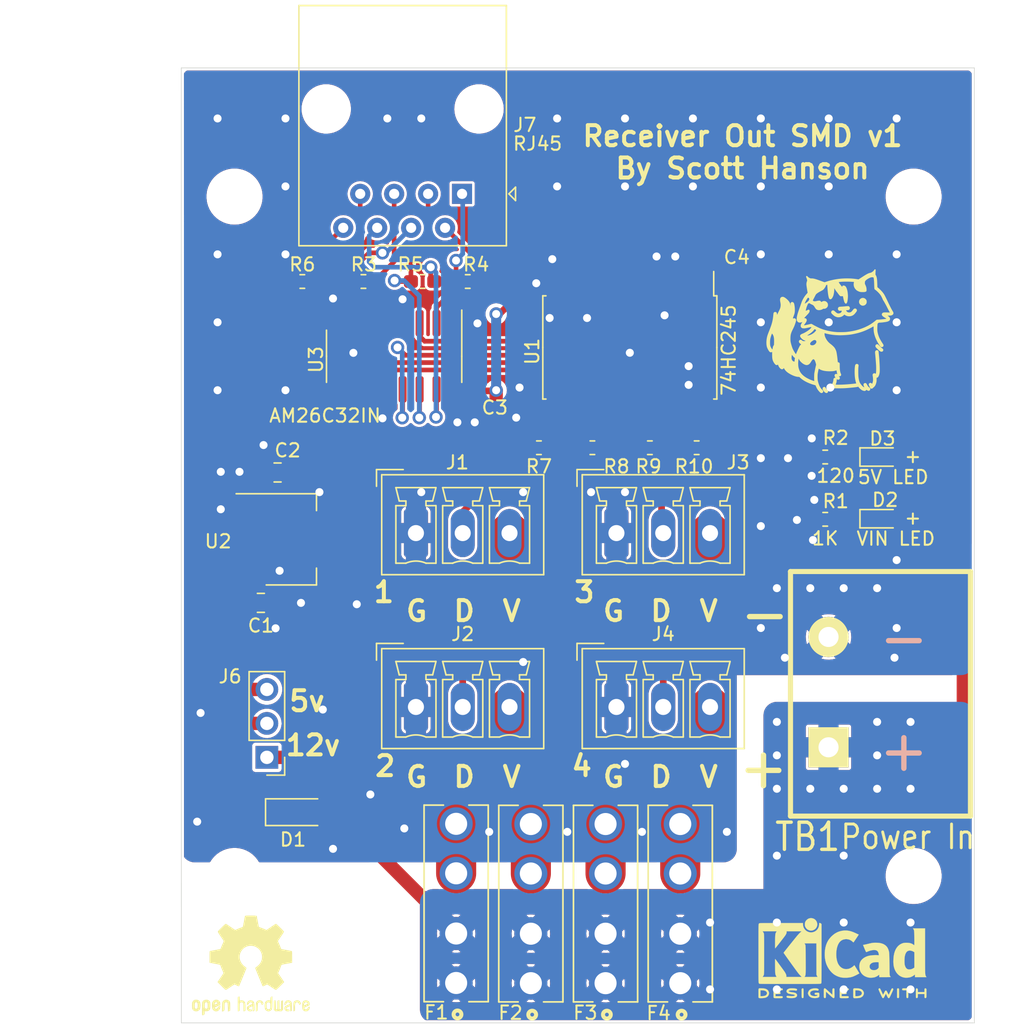
<source format=kicad_pcb>
(kicad_pcb (version 20211014) (generator pcbnew)
  (title_block (title "Receiver Out SMD") (date "2021-08-29") (rev "v1") (company "Scott Hanson"))
  (layers (0 "F.Cu" signal) (31 "B.Cu" signal) (34 "B.Paste" user) (35 "F.Paste" user) (36 "B.SilkS" user "B.Silkscreen") (37 "F.SilkS" user "F.Silkscreen") (38 "B.Mask" user) (39 "F.Mask" user) (44 "Edge.Cuts" user))
  (net 0 "")
  (net 1 "GND")
  (net 2 "+5V")
  (net 3 "VIN1")
  (net 4 "OUT20")
  (net 5 "OUT19")
  (net 6 "OUT18")
  (net 7 "OUT17")
  (net 8 "Net-(D3-Pad1)")
  (net 9 "Net-(D2-Pad1)")
  (net 10 "/Outputs/VOUT1")
  (net 11 "/Outputs/VOUT2")
  (net 12 "/Outputs/VOUT3")
  (net 13 "/Outputs/VOUT4")
  (net 14 "/Outputs/DOUT1")
  (net 15 "/Outputs/DOUT2")
  (net 16 "/Outputs/DOUT3")
  (net 17 "/Outputs/DOUT4")
  (net 18 "/PWR")
  (net 19 "/Diff In/Serial4_N")
  (net 20 "/Diff In/Serial4_P")
  (net 21 "/Diff In/Serial2_N")
  (net 22 "/Diff In/Serial3_P")
  (net 23 "/Diff In/Serial3_N")
  (net 24 "/Diff In/Serial2_P")
  (net 25 "/Diff In/Serial1_N")
  (net 26 "/Diff In/Serial1_P")
  (net 27 "Net-(R7-Pad2)")
  (net 28 "Net-(R8-Pad2)")
  (net 29 "Net-(R9-Pad2)")
  (net 30 "Net-(R10-Pad2)")
  (net 31 "/VIN")
  (footprint "MountingHole:MountingHole_3.7mm" (layer "F.Cu") (at 72.731 142.2398)
    (fp_text reference "REF**")
    (fp_text value "MountingHole_3.7mm")
  )
  (footprint "MountingHole:MountingHole_3.7mm" (layer "F.Cu") (at 123.531 91.4398)
    (fp_text reference "REF**")
    (fp_text value "MountingHole_3.7mm")
  )
  (footprint "MountingHole:MountingHole_3.7mm" (layer "F.Cu") (at 72.731 91.4398)
    (fp_text reference "REF**")
    (fp_text value "MountingHole_3.7mm")
  )
  (footprint "Symbol:OSHW-Logo2_9.8x8mm_SilkScreen" (layer "F.Cu") (at 73.951 148.9178)
    (fp_text reference "REF**" hide)
    (fp_text value "OSHW-Logo2_9.8x8mm_SilkScreen" hide)
  )
  (footprint "Symbol:KiCad-Logo2_5mm_SilkScreen" (layer "F.Cu") (at 118.201 148.3678)
    (fp_text reference "REF**" hide)
    (fp_text value "KiCad-Logo2_5mm_SilkScreen" hide)
  )
  (footprint "Connector_Phoenix_MC:PhoenixContact_MCV_1,5_3-G-3.5_1x03_P3.50mm_Vertical" (layer "F.Cu") (at 86.3 129.6)
    (fp_text reference "J2")
    (fp_text value "String2")
  )
  (footprint "Connector_Phoenix_MC:PhoenixContact_MCV_1,5_3-G-3.5_1x03_P3.50mm_Vertical" (layer "F.Cu") (at 101.3 129.6)
    (fp_text reference "J4")
    (fp_text value "String4")
  )
  (footprint "Connector_Phoenix_MC:PhoenixContact_MCV_1,5_3-G-3.5_1x03_P3.50mm_Vertical" (layer "F.Cu") (at 101.3 116.6)
    (fp_text reference "J3")
    (fp_text value "String3")
  )
  (footprint "Connector_Phoenix_MC:PhoenixContact_MCV_1,5_3-G-3.5_1x03_P3.50mm_Vertical" (layer "F.Cu") (at 86.3 116.6)
    (fp_text reference "J1")
    (fp_text value "String1")
  )
  (footprint "Barrier_Blocks:BARRIER_BLOCK_1ROW_2POS" (layer "F.Cu") (at 121.051 128.6178 90)
    (fp_text reference "TB1")
    (fp_text value "Power In")
  )
  (footprint "Keystone_Fuse:FUSE_3544-2" (layer "F.Cu") (at 94.897 144.3036 90)
    (fp_text reference "F2")
    (fp_text value "3544-2")
  )
  (footprint "Keystone_Fuse:FUSE_3544-2" (layer "F.Cu") (at 106.073 144.3036 90)
    (fp_text reference "F4")
    (fp_text value "3544-2")
  )
  (footprint "Keystone_Fuse:FUSE_3544-2" (layer "F.Cu") (at 89.309 144.2886 90)
    (fp_text reference "F1")
    (fp_text value "3544-2")
  )
  (footprint "Keystone_Fuse:FUSE_3544-2" (layer "F.Cu") (at 100.485 144.3036 90)
    (fp_text reference "F3")
    (fp_text value "3544-2")
  )
  (footprint "Capacitor_SMD:C_0805_2012Metric_Pad1.15x1.40mm_HandSolder" (layer "F.Cu") (at 74.701 121.8178)
    (fp_text reference "C1")
    (fp_text value "10uF")
  )
  (footprint "Connector_PinHeader_2.54mm:PinHeader_1x03_P2.54mm_Vertical" (layer "F.Cu") (at 75.151 133.3678 180)
    (fp_text reference "J6")
    (fp_text value "VIN_Voltage")
  )
  (footprint "Capacitor_SMD:C_0805_2012Metric_Pad1.15x1.40mm_HandSolder" (layer "F.Cu") (at 75.951 112.0678 180)
    (fp_text reference "C2")
    (fp_text value "10uF")
  )
  (footprint "Resistor_SMD:R_0603_1608Metric_Pad1.05x0.95mm_HandSolder" (layer "F.Cu") (at 116.918 115.5698)
    (fp_text reference "R1")
    (fp_text value "1K")
  )
  (footprint "LED_SMD:LED_0603_1608Metric_Castellated" (layer "F.Cu") (at 121.201 110.912801)
    (fp_text reference "D3")
    (fp_text value "5V LED")
  )
  (footprint "Resistor_SMD:R_0603_1608Metric_Pad1.05x0.95mm_HandSolder" (layer "F.Cu") (at 116.918 110.912801)
    (fp_text reference "R2")
    (fp_text value "120")
  )
  (footprint "LED_SMD:LED_0603_1608Metric_Castellated" (layer "F.Cu") (at 121.201 115.5248)
    (fp_text reference "D2")
    (fp_text value "VIN LED")
  )
  (footprint "Connector_RJ:RJ45_Amphenol_54602-x08_Horizontal" (layer "F.Cu") (at 89.751 91.2358 180)
    (fp_text reference "J7")
    (fp_text value "RJ45")
  )
  (footprint "Resistor_SMD:R_0603_1608Metric_Pad1.05x0.95mm_HandSolder" (layer "F.Cu") (at 82.374 97.7898 180)
    (fp_text reference "R3")
    (fp_text value "120")
  )
  (footprint "Resistor_SMD:R_0603_1608Metric_Pad1.05x0.95mm_HandSolder" (layer "F.Cu") (at 90.176 97.7898 180)
    (fp_text reference "R4")
    (fp_text value "120")
  )
  (footprint "Resistor_SMD:R_0603_1608Metric_Pad1.05x0.95mm_HandSolder" (layer "F.Cu") (at 86.801 97.7898)
    (fp_text reference "R5")
    (fp_text value "120")
  )
  (footprint "Resistor_SMD:R_0603_1608Metric_Pad1.05x0.95mm_HandSolder" (layer "F.Cu") (at 77.802 97.7898)
    (fp_text reference "R6")
    (fp_text value "120")
  )
  (footprint "Package_SO:SOIC-16_3.9x9.9mm_P1.27mm" (layer "F.Cu") (at 84.669 103.3778 -90)
    (fp_text reference "U3")
    (fp_text value "AM26C32IN")
  )
  (footprint "Capacitor_SMD:C_0402_1005Metric" (layer "F.Cu") (at 90.701 106.4528 -90)
    (fp_text reference "C3")
    (fp_text value "0.1uF")
  )
  (footprint "Diode_SMD:D_SOD-123" (layer "F.Cu") (at 77.301 137.4678)
    (fp_text reference "D1")
    (fp_text value "B5819W")
  )
  (footprint "Resistor_SMD:R_0603_1608Metric_Pad1.05x0.95mm_HandSolder" (layer "F.Cu") (at 95.501 110.2178)
    (fp_text reference "R7")
    (fp_text value "33ohm")
  )
  (footprint "Resistor_SMD:R_0603_1608Metric_Pad1.05x0.95mm_HandSolder" (layer "F.Cu") (at 99.501 110.2178)
    (fp_text reference "R8")
    (fp_text value "33ohm")
  )
  (footprint "Resistor_SMD:R_0603_1608Metric_Pad1.05x0.95mm_HandSolder" (layer "F.Cu") (at 107.301 110.2178 180)
    (fp_text reference "R10")
    (fp_text value "33ohm")
  )
  (footprint "Package_TO_SOT_SMD:SOT-223-3_TabPin2" (layer "F.Cu") (at 76.951 117.0678)
    (fp_text reference "U2")
    (fp_text value "AMS1117-5.0")
  )
  (footprint "Package_SO:SOIC-20W_7.5x12.8mm_P1.27mm" (layer "F.Cu") (at 102.301 102.7178 -90)
    (fp_text reference "U1")
    (fp_text value "74HC245")
  )
  (footprint "Capacitor_SMD:C_0402_1005Metric" (layer "F.Cu") (at 107.536 95.9678 180)
    (fp_text reference "C4")
    (fp_text value "0.1uF")
  )
  (footprint "Resistor_SMD:R_0603_1608Metric_Pad1.05x0.95mm_HandSolder" (layer "F.Cu") (at 103.801 110.2178 180)
    (fp_text reference "R9")
    (fp_text value "33ohm")
  )
  (footprint "Scotts:chewi_15" (layer "F.Cu") (at 117.061 100.3478)
    (fp_text reference "G***")
    (fp_text value "LOGO" hide)
  )
  (footprint "MountingHole:MountingHole_3.7mm" (layer "F.Cu") (at 123.531 142.2398)
    (fp_text reference "REF**")
    (fp_text value "MountingHole_3.7mm")
  )
  (gr_line (start 68.745 81.8178) (end 68.751 153.2178) (layer "Edge.Cuts") (width 0.05))
  (gr_line (start 68.745 81.8178) (end 128.076 81.8178) (layer "Edge.Cuts") (width 0.05))
  (gr_line (start 128.076 153.2178) (end 128.076 81.8178) (layer "Edge.Cuts") (width 0.05))
  (gr_line (start 128.076 153.2178) (end 68.751 153.2178) (layer "Edge.Cuts") (width 0.05))
  (gr_text "+" (at 122.801 132.8178) (layer "B.SilkS") (effects (font (size 3 3) (thickness 0.4))))
  (gr_text "-" (at 122.801 124.4178) (layer "B.SilkS") (effects (font (size 3 3) (thickness 0.4))))
  (gr_text "V" (at 108.198 134.828) (layer "F.SilkS") (effects (font (size 1.5 1.5) (thickness 0.3))))
  (gr_text "D" (at 104.642 134.828) (layer "F.SilkS") (effects (font (size 1.5 1.5) (thickness 0.3))))
  (gr_text "V" (at 93.466 122.428) (layer "F.SilkS") (effects (font (size 1.5 1.5) (thickness 0.3))))
  (gr_text "G" (at 86.354 134.828) (layer "F.SilkS") (effects (font (size 1.5 1.5) (thickness 0.3))))
  (gr_text "G" (at 101.086 122.428) (layer "F.SilkS") (effects (font (size 1.5 1.5) (thickness 0.3))))
  (gr_text "-" (at 112.401 122.6178) (layer "F.SilkS") (effects (font (size 3 3) (thickness 0.4))))
  (gr_text "V" (at 93.466 134.828) (layer "F.SilkS") (effects (font (size 1.5 1.5) (thickness 0.3))))
  (gr_text "3" (at 98.901 121.0178) (layer "F.SilkS") (effects (font (size 1.5 1.5) (thickness 0.3))))
  (gr_text "G" (at 86.354 122.428) (layer "F.SilkS") (effects (font (size 1.5 1.5) (thickness 0.3))))
  (gr_text "1" (at 83.901 121.0178) (layer "F.SilkS") (effects (font (size 1.5 1.5) (thickness 0.3))))
  (gr_text "G" (at 101.086 134.828) (layer "F.SilkS") (effects (font (size 1.5 1.5) (thickness 0.3))))
  (gr_text "V" (at 108.198 122.428) (layer "F.SilkS") (effects (font (size 1.5 1.5) (thickness 0.3))))
  (gr_text "D" (at 104.642 122.428) (layer "F.SilkS") (effects (font (size 1.5 1.5) (thickness 0.3))))
  (gr_text "D" (at 89.91 122.428) (layer "F.SilkS") (effects (font (size 1.5 1.5) (thickness 0.3))))
  (gr_text "D" (at 89.91 134.828) (layer "F.SilkS") (effects (font (size 1.5 1.5) (thickness 0.3))))
  (gr_text "2" (at 84.001 134.0178) (layer "F.SilkS") (effects (font (size 1.5 1.5) (thickness 0.3))))
  (gr_text "+" (at 112.301 134.1178) (layer "F.SilkS") (effects (font (size 3 3) (thickness 0.4))))
  (gr_text "4" (at 98.701 134.0178) (layer "F.SilkS") (effects (font (size 1.5 1.5) (thickness 0.3))))
  (gr_text "Receiver Out SMD v1\nBy Scott Hanson" (at 110.731 88.1278) (layer "F.SilkS") (effects (font (size 1.5 1.5) (thickness 0.3))))
  (gr_text "+" (at 123.401 115.5178 90) (layer "F.SilkS") (effects (font (size 1 1))))
  (gr_text "+" (at 123.401 110.9178 90) (layer "F.SilkS") (effects (font (size 1 1))))
  (gr_text "12v" (at 78.601 132.4678) (layer "F.SilkS") (effects (font (size 1.5 1.5) (thickness 0.3))))
  (gr_text "5v" (at 78.151 129.1678) (layer "F.SilkS") (effects (font (size 1.5 1.5) (thickness 0.3))))
  (via (at 85.301 99.1178) (size 1) (drill 0.6) (layers "F.Cu" "B.Cu") (net 1))
  (via (at 112.101 95.7578) (size 1) (drill 0.6) (layers "F.Cu" "B.Cu") (net 1))
  (via (at 112.101 100.8378) (size 1) (drill 0.6) (layers "F.Cu" "B.Cu") (net 1))
  (via (at 117.181 95.7578) (size 1) (drill 0.6) (layers "F.Cu" "B.Cu") (net 1))
  (via (at 81.621 103.1238) (size 1) (drill 0.6) (layers "F.Cu" "B.Cu") (net 1))
  (via (at 91.781 138.9378) (size 1) (drill 0.6) (layers "F.Cu" "B.Cu") (net 1))
  (via (at 71.461 95.7578) (size 1) (drill 0.6) (layers "F.Cu" "B.Cu") (net 1))
  (via (at 101.941 113.5378) (size 1) (drill 0.6) (layers "F.Cu" "B.Cu") (net 1))
  (via (at 85.431 138.6838) (size 1) (drill 0.6) (layers "F.Cu" "B.Cu") (net 1))
  (via (at 74.901 110.0178) (size 1) (drill 0.6) (layers "F.Cu" "B.Cu") (net 1))
  (via (at 76.541 105.9178) (size 1) (drill 0.6) (layers "F.Cu" "B.Cu") (net 1))
  (via (at 83.801 108.0178) (size 1) (drill 0.6) (layers "F.Cu" "B.Cu") (net 1))
  (via (at 90.701 108.3178) (size 1) (drill 0.6) (layers "F.Cu" "B.Cu") (net 1))
  (via (at 120.801 120.7178) (size 1) (drill 0.6) (layers "F.Cu" "B.Cu") (net 1))
  (via (at 116.101 114.1178) (size 1) (drill 0.6) (layers "F.Cu" "B.Cu") (net 1))
  (via (at 112.101 123.6978) (size 1) (drill 0.6) (layers "F.Cu" "B.Cu") (net 1))
  (via (at 86.701 85.5978) (size 1) (drill 0.6) (layers "F.Cu" "B.Cu") (net 1))
  (via (at 104.901 100.3178) (size 1) (drill 0.6) (layers "F.Cu" "B.Cu") (net 1))
  (via (at 86.701 113.5378) (size 1) (drill 0.6) (layers "F.Cu" "B.Cu") (net 1))
  (via (at 109.561 138.9378) (size 1) (drill 0.6) (layers "F.Cu" "B.Cu") (net 1))
  (via (at 117.301 105.7178) (size 1) (drill 0.6) (layers "F.Cu" "B.Cu") (net 1))
  (via (at 96.861 85.5978) (size 1) (drill 0.6) (layers "F.Cu" "B.Cu") (net 1))
  (via (at 71.461 105.9178) (size 1) (drill 0.6) (layers "F.Cu" "B.Cu") (net 1))
  (via (at 122.261 118.6178) (size 1) (drill 0.6) (layers "F.Cu" "B.Cu") (net 1))
  (via (at 70.191 130.0478) (size 1) (drill 0.6) (layers "F.Cu" "B.Cu") (net 1))
  (via (at 75.801 123.7178) (size 1) (drill 0.6) (layers "F.Cu" "B.Cu") (net 1))
  (via (at 71.461 100.8378) (size 1) (drill 0.6) (layers "F.Cu" "B.Cu") (net 1))
  (via (at 71.701 114.8178) (size 1) (drill 0.6) (layers "F.Cu" "B.Cu") (net 1))
  (via (at 79.335 129.7938) (size 1) (drill 0.6) (layers "F.Cu" "B.Cu") (net 1))
  (via (at 76.541 85.5978) (size 1) (drill 0.6) (layers "F.Cu" "B.Cu") (net 1))
  (via (at 94.321 113.5378) (size 1) (drill 0.6) (layers "F.Cu" "B.Cu") (net 1))
  (via (at 106.701 104.1178) (size 1) (drill 0.6) (layers "F.Cu" "B.Cu") (net 1))
  (via (at 112.101 110.9978) (size 1) (drill 0.6) (layers "F.Cu" "B.Cu") (net 1))
  (via (at 113.901 125.9178) (size 1) (drill 0.6) (layers "F.Cu" "B.Cu") (net 1))
  (via (at 79.081 113.5378) (size 1) (drill 0.6) (layers "F.Cu" "B.Cu") (net 1))
  (via (at 94.051 105.7178) (size 1) (drill 0.6) (layers "F.Cu" "B.Cu") (net 1))
  (via (at 103.211 138.9378) (size 1) (drill 0.6) (layers "F.Cu" "B.Cu") (net 1))
  (via (at 117.181 90.6778) (size 1) (drill 0.6) (layers "F.Cu" "B.Cu") (net 1))
  (via (at 117.181 85.5978) (size 1) (drill 0.6) (layers "F.Cu" "B.Cu") (net 1))
  (via (at 93.801 107.9678) (size 1) (drill 0.6) (layers "F.Cu" "B.Cu") (net 1))
  (via (at 96.301 100.5178) (size 1) (drill 0.6) (layers "F.Cu" "B.Cu") (net 1))
  (via (at 80.097 99.0598) (size 1) (drill 0.6) (layers "F.Cu" "B.Cu") (net 1))
  (via (at 107.021 85.5978) (size 1) (drill 0.6) (layers "F.Cu" "B.Cu") (net 1))
  (via (at 112.101 116.0778) (size 1) (drill 0.6) (layers "F.Cu" "B.Cu") (net 1))
  (via (at 115.901 112.3178) (size 1) (drill 0.6) (layers "F.Cu" "B.Cu") (net 1))
  (via (at 84.161 85.5978) (size 1) (drill 0.6) (layers "F.Cu" "B.Cu") (net 1))
  (via (at 122.261 100.8378) (size 1) (drill 0.6) (layers "F.Cu" "B.Cu") (net 1))
  (via (at 69.937 138.1758) (size 1) (drill 0.6) (layers "F.Cu" "B.Cu") (net 1))
  (via (at 112.101 90.6778) (size 1) (drill 0.6) (layers "F.Cu" "B.Cu") (net 1))
  (via (at 81.875 121.9198) (size 1) (drill 0.6) (layers "F.Cu" "B.Cu") (net 1))
  (via (at 99.101 100.5178) (size 1) (drill 0.6) (layers "F.Cu" "B.Cu") (net 1))
  (via (at 122.261 105.9178) (size 1) (drill 0.6) (layers "F.Cu" "B.Cu") (net 1))
  (via (at 118.301 120.7178) (size 1) (drill 0.6) (layers "F.Cu" "B.Cu") (net 1))
  (via (at 117.181 100.8378) (size 1) (drill 0.6) (layers "F.Cu" "B.Cu") (net 1))
  (via (at 89.401 108.3178) (size 1) (drill 0.6) (layers "F.Cu" "B.Cu") (net 1))
  (via (at 106.701 105.5178) (size 1) (drill 0.6) (layers "F.Cu" "B.Cu") (net 1))
  (via (at 77.701 121.8178) (size 1) (drill 0.6) (layers "F.Cu" "B.Cu") (net 1))
  (via (at 105.701 95.9178) (size 1) (drill 0.6) (layers "F.Cu" "B.Cu") (net 1))
  (via (at 114.133 110.9978) (size 1) (drill 0.6) (layers "F.Cu" "B.Cu") (net 1))
  (via (at 71.461 85.5978) (size 1) (drill 0.6) (layers "F.Cu" "B.Cu") (net 1))
  (via (at 112.101 105.7178) (size 1) (drill 0.6) (layers "F.Cu" "B.Cu") (net 1))
  (via (at 114.801 115.6178) (size 1) (drill 0.6) (layers "F.Cu" "B.Cu") (net 1))
  (via (at 122.261 95.7578) (size 1) (drill 0.6) (layers "F.Cu" "B.Cu") (net 1))
  (via (at 94.321 126.2378) (size 1) (drill 0.6) (layers "F.Cu" "B.Cu") (net 1))
  (via (at 101.941 85.5978) (size 1) (drill 0.6) (layers "F.Cu" "B.Cu") (net 1))
  (via (at 96.501 96.1178) (size 1) (drill 0.6) (layers "F.Cu" "B.Cu") (net 1))
  (via (at 97.623 138.9378) (size 1) (drill 0.6) (layers "F.Cu" "B.Cu") (net 1))
  (via (at 112.101 85.5978) (size 1) (drill 0.6) (layers "F.Cu" "B.Cu") (net 1))
  (via (at 104.301 95.9178) (size 1) (drill 0.6) (layers "F.Cu" "B.Cu") (net 1))
  (via (at 82.891 136.1438) (size 1) (drill 0.6) (layers "F.Cu" "B.Cu") (net 1))
  (via (at 80.097 140.2078) (size 1) (drill 0.6) (layers "F.Cu" "B.Cu") (net 1))
  (via (at 122.101 125.9178) (size 1) (drill 0.6) (layers "F.Cu" "B.Cu") (net 1))
  (via (at 107.021 90.6778) (size 1) (drill 0.6) (layers "F.Cu" "B.Cu") (net 1))
  (via (at 122.261 123.6978) (size 1) (drill 0.6) (layers "F.Cu" "B.Cu") (net 1))
  (via (at 102.301 103.1178) (size 1) (drill 0.6) (layers "F.Cu" "B.Cu") (net 1))
  (via (at 99.401 113.5378) (size 1) (drill 0.6) (layers "F.Cu" "B.Cu") (net 1))
  (via (at 76.541 90.6778) (size 1) (drill 0.6) (layers "F.Cu" "B.Cu") (net 1))
  (via (at 101.941 90.6778) (size 1) (drill 0.6) (layers "F.Cu" "B.Cu") (net 1))
  (via (at 76.101 119.4178) (size 1) (drill 0.6) (layers "F.Cu" "B.Cu") (net 1))
  (via (at 76.541 95.7578) (size 1) (drill 0.6) (layers "F.Cu" "B.Cu") (net 1))
  (via (at 71.701 112.0178) (size 1) (drill 0.6) (layers "F.Cu" "B.Cu") (net 1))
  (via (at 122.261 85.5978) (size 1) (drill 0.6) (layers "F.Cu" "B.Cu") (net 1))
  (via (at 95.301 97.9178) (size 1) (drill 0.6) (layers "F.Cu" "B.Cu") (net 1))
  (via (at 90.901 100.9178) (size 1) (drill 0.6) (layers "F.Cu" "B.Cu") (net 1))
  (via (at 115.801 120.7178) (size 1) (drill 0.6) (layers "F.Cu" "B.Cu") (net 1))
  (via (at 96.861 90.6778) (size 1) (drill 0.6) (layers "F.Cu" "B.Cu") (net 1))
  (via (at 101.941 133.8578) (size 1) (drill 0.6) (layers "F.Cu" "B.Cu") (net 1))
  (via (at 113.301 120.7178) (size 1) (drill 0.6) (layers "F.Cu" "B.Cu") (net 1))
  (via (at 73.101 112.0178) (size 1) (drill 0.6) (layers "F.Cu" "B.Cu") (net 1))
  (via (at 116.001 117.1178) (size 1) (drill 0.6) (layers "F.Cu" "B.Cu") (net 1))
  (via (at 115.911 109.5178) (size 1) (drill 0.6) (layers "F.Cu" "B.Cu") (net 1))
  (segment (start 71.951 117.0678) (end 73.801 117.0678) (width 1) (layer "F.Cu") (net 2))
  (segment (start 108.116 107.4678) (end 108.016 107.3678) (width 0.5) (layer "F.Cu") (net 2))
  (segment (start 76.976 117.0428) (end 76.951 117.0678) (width 1) (layer "F.Cu") (net 2))
  (segment (start 108.016 95.9728) (end 108.021 95.9678) (width 0.5) (layer "F.Cu") (net 2))
  (segment (start 91.501 110.6178) (end 92.301 109.8178) (width 1) (layer "F.Cu") (net 2))
  (segment (start 93.801 98.9678) (end 92.551 100.2178) (width 0.5) (layer "F.Cu") (net 2))
  (segment (start 108.021 95.63137) (end 106.90743 94.5178) (width 0.5) (layer "F.Cu") (net 2))
  (segment (start 75.151 128.2878) (end 72.171 128.2878) (width 1) (layer "F.Cu") (net 2))
  (segment (start 89.229 105.9678) (end 89.114 105.8528) (width 0.5) (layer "F.Cu") (net 2))
  (segment (start 78.426 110.6178) (end 91.501 110.6178) (width 1) (layer "F.Cu") (net 2))
  (segment (start 90.701 105.9678) (end 92.251 105.9678) (width 0.5) (layer "F.Cu") (net 2))
  (segment (start 122.0135 109.1303) (end 120.351 107.4678) (width 0.5) (layer "F.Cu") (net 2))
  (segment (start 76.976 112.0678) (end 78.426 110.6178) (width 1) (layer "F.Cu") (net 2))
  (segment (start 71.301 117.7178) (end 71.951 117.0678) (width 1) (layer "F.Cu") (net 2))
  (segment (start 92.301 109.8178) (end 92.301 105.9178) (width 1) (layer "F.Cu") (net 2))
  (segment (start 108.016 107.3678) (end 108.016 98.0678) (width 0.5) (layer "F.Cu") (net 2))
  (segment (start 93.801 96.6178) (end 93.801 98.9678) (width 0.5) (layer "F.Cu") (net 2))
  (segment (start 120.351 107.4678) (end 108.116 107.4678) (width 0.5) (layer "F.Cu") (net 2))
  (segment (start 106.90743 94.5178) (end 95.901 94.5178) (width 0.5) (layer "F.Cu") (net 2))
  (segment (start 92.551 100.2178) (end 92.301 100.2178) (width 0.5) (layer "F.Cu") (net 2))
  (segment (start 108.021 95.9678) (end 108.021 95.63137) (width 0.5) (layer "F.Cu") (net 2))
  (segment (start 108.016 98.0678) (end 108.016 95.9728) (width 0.5) (layer "F.Cu") (net 2))
  (segment (start 122.0135 110.912801) (end 122.0135 109.1303) (width 0.5) (layer "F.Cu") (net 2))
  (segment (start 71.301 127.4178) (end 71.301 117.7178) (width 1) (layer "F.Cu") (net 2))
  (segment (start 72.171 128.2878) (end 71.301 127.4178) (width 1) (layer "F.Cu") (net 2))
  (segment (start 80.101 117.0678) (end 73.801 117.0678) (width 1) (layer "F.Cu") (net 2))
  (segment (start 92.251 105.9678) (end 92.301 105.9178) (width 0.5) (layer "F.Cu") (net 2))
  (segment (start 76.976 112.0678) (end 76.976 117.0428) (width 1) (layer "F.Cu") (net 2))
  (segment (start 76.951 117.0678) (end 73.801 117.0678) (width 1) (layer "F.Cu") (net 2))
  (segment (start 90.701 105.9678) (end 89.229 105.9678) (width 0.5) (layer "F.Cu") (net 2))
  (segment (start 95.901 94.5178) (end 93.801 96.6178) (width 0.5) (layer "F.Cu") (net 2))
  (via (at 92.301 105.9178) (size 1) (drill 0.6) (layers "F.Cu" "B.Cu") (net 2))
  (via (at 92.301 100.2178) (size 1) (drill 0.6) (layers "F.Cu" "B.Cu") (net 2))
  (segment (start 92.301 105.9178) (end 92.301 100.2178) (width 0.75) (layer "B.Cu") (net 2))
  (segment (start 124.626 115.5248) (end 127.25099 118.14979) (width 1) (layer "F.Cu") (net 3))
  (segment (start 122.0135 115.5248) (end 124.626 115.5248) (width 1) (layer "F.Cu") (net 3))
  (segment (start 89.309 146.3758) (end 89.309 146.5386) (width 1) (layer "F.Cu") (net 3))
  (segment (start 78.951 137.4678) (end 80.401 137.4678) (width 1) (layer "F.Cu") (net 3))
  (segment (start 127.25099 118.14979) (end 127.25099 130.7178) (width 1) (layer "F.Cu") (net 3))
  (segment (start 127.25099 130.7178) (end 123.301 130.7178) (width 1) (layer "F.Cu") (net 3))
  (segment (start 80.401 137.4678) (end 89.309 146.3758) (width 1) (layer "F.Cu") (net 3))
  (via (at 118.301 145.7178) (size 1) (drill 0.6) (layers "F.Cu" "B.Cu") (net 3))
  (via (at 118.301 140.7178) (size 1) (drill 0.6) (layers "F.Cu" "B.Cu") (net 3))
  (via (at 118.301 135.7178) (size 1) (drill 0.6) (layers "F.Cu" "B.Cu") (net 3))
  (via (at 113.301 150.7178) (size 1) (drill 0.6) (layers "F.Cu" "B.Cu") (net 3))
  (via (at 120.801 130.7178) (size 1) (drill 0.6) (layers "F.Cu" "B.Cu") (net 3))
  (via (at 115.801 135.7178) (size 1) (drill 0.6) (layers "F.Cu" "B.Cu") (net 3))
  (via (at 108.301 150.7178) (size 1) (drill 0.6) (layers "F.Cu" "B.Cu") (net 3))
  (via (at 123.301 130.7178) (size 1) (drill 0.6) (layers "F.Cu" "B.Cu") (net 3))
  (via (at 113.301 145.7178) (size 1) (drill 0.6) (layers "F.Cu" "B.Cu") (net 3))
  (via (at 113.301 140.7178) (size 1) (drill 0.6) (layers "F.Cu" "B.Cu") (net 3))
  (via (at 113.301 133.2178) (size 1) (drill 0.6) (layers "F.Cu" "B.Cu") (net 3))
  (via (at 123.301 145.7178) (size 1) (drill 0.6) (layers "F.Cu" "B.Cu") (net 3))
  (via (at 123.301 150.7178) (size 1) (drill 0.6) (layers "F.Cu" "B.Cu") (net 3))
  (via (at 123.301 135.7178) (size 1) (drill 0.6) (layers "F.Cu" "B.Cu") (net 3))
  (via (at 113.301 135.7178) (size 1) (drill 0.6) (layers "F.Cu" "B.Cu") (net 3))
  (via (at 118.301 150.7178) (size 1) (drill 0.6) (layers "F.Cu" "B.Cu") (net 3))
  (via (at 120.801 135.7178) (size 1) (drill 0.6) (layers "F.Cu" "B.Cu") (net 3))
  (via (at 108.301 145.7178) (size 1) (drill 0.6) (layers "F.Cu" "B.Cu") (net 3))
  (via (at 113.301 130.7178) (size 1) (drill 0.6) (layers "F.Cu" "B.Cu") (net 3))
  (via (at 120.801 133.2178) (size 1) (drill 0.6) (layers "F.Cu" "B.Cu") (net 3))
  (segment (start 83.11601 104.40279) (end 103.11601 104.40279) (width 0.35) (layer "F.Cu") (net 4))
  (segment (start 82.764 105.8528) (end 82.764 104.7548) (width 0.35) (layer "F.Cu") (net 4))
  (segment (start 82.764 104.7548) (end 83.11601 104.40279) (width 0.35) (layer "F.Cu") (net 4))
  (segment (start 103.11601 104.40279) (end 106.746 100.7728) (width 0.35) (layer "F.Cu") (net 4))
  (segment (start 106.746 99.0928) (end 106.746 98.0678) (width 0.35) (layer "F.Cu") (net 4))
  (segment (start 106.746 100.7728) (end 106.746 99.0928) (width 0.35) (layer "F.Cu") (net 4))
  (segment (start 99.446021 103.852779) (end 104.206 99.0928) (width 0.35) (layer "F.Cu") (net 5))
  (segment (start 84.034 100.9028) (end 84.034 103.245804) (width 0.35) (layer "F.Cu") (net 5))
  (segment (start 104.206 99.0928) (end 104.206 98.0678) (width 0.35) (layer "F.Cu") (net 5))
  (segment (start 84.640975 103.852779) (end 99.446021 103.852779) (width 0.35) (layer "F.Cu") (net 5))
  (segment (start 84.034 103.245804) (end 84.640975 103.852779) (width 0.35) (layer "F.Cu") (net 5))
  (segment (start 85.304 105.8528) (end 85.304 107.944128) (width 0.35) (layer "F.Cu") (net 6))
  (segment (start 85.510978 103.302768) (end 84.92601 102.7178) (width 0.35) (layer "F.Cu") (net 6))
  (segment (start 101.666 99.7528) (end 98.116032 103.302768) (width 0.35) (layer "F.Cu") (net 6))
  (segment (start 101.666 98.0678) (end 101.666 99.7528) (width 0.35) (layer "F.Cu") (net 6))
  (segment (start 85.304 107.944128) (end 85.274561 107.973567) (width 0.35) (layer "F.Cu") (net 6))
  (segment (start 98.116032 103.302768) (end 85.510978 103.302768) (width 0.35) (layer "F.Cu") (net 6))
  (via (at 84.92601 102.7178) (size 1) (drill 0.6) (layers "F.Cu" "B.Cu") (net 6))
  (via (at 85.274561 107.973567) (size 1) (drill 0.6) (layers "F.Cu" "B.Cu") (net 6))
  (segment (start 85.274561 103.066351) (end 84.92601 102.7178) (width 0.35) (layer "B.Cu") (net 6))
  (segment (start 85.274561 107.973567) (end 85.274561 103.066351) (width 0.35) (layer "B.Cu") (net 6))
  (segment (start 97.856 99.0928) (end 97.856 98.0678) (width 0.35) (layer "F.Cu") (net 7))
  (segment (start 86.574 100.9028) (end 86.574 101.8778) (width 0.35) (layer "F.Cu") (net 7))
  (segment (start 86.94901 102.25281) (end 96.96599 102.25281) (width 0.35) (layer "F.Cu") (net 7))
  (segment (start 97.856 101.3628) (end 97.856 99.0928) (width 0.35) (layer "F.Cu") (net 7))
  (segment (start 96.96599 102.25281) (end 97.856 101.3628) (width 0.35) (layer "F.Cu") (net 7))
  (segment (start 86.574 101.8778) (end 86.94901 102.25281) (width 0.35) (layer "F.Cu") (net 7))
  (segment (start 117.793 110.912801) (end 120.3885 110.912801) (width 0.35) (layer "F.Cu") (net 8))
  (segment (start 120.3435 115.5698) (end 120.3885 115.5248) (width 0.35) (layer "F.Cu") (net 9))
  (segment (start 117.7055 115.5698) (end 120.3435 115.5698) (width 0.35) (layer "F.Cu") (net 9))
  (segment (start 85.3 122.6) (end 82.66 125.24) (width 2.999999) (layer "F.Cu") (net 10))
  (segment (start 90.149 122.6) (end 93.3 119.449) (width 3) (layer "F.Cu") (net 10))
  (segment (start 93.3 119.449) (end 93.3 116.6) (width 3) (layer "F.Cu") (net 10))
  (segment (start 85.3 122.6) (end 90.149 122.6) (width 3) (layer "F.Cu") (net 10))
  (segment (start 89.309 142.0386) (end 89.309 138.3386) (width 3) (layer "F.Cu") (net 10))
  (segment (start 82.66 125.24) (end 82.66 132.0768) (width 3) (layer "F.Cu") (net 10))
  (segment (start 82.66 132.0768) (end 88.9218 138.3386) (width 3) (layer "F.Cu") (net 10))
  (segment (start 88.9218 138.3386) (end 89.309 138.3386) (width 3) (layer "F.Cu") (net 10))
  (segment (start 94.897 142.0536) (end 94.897 138.3536) (width 3) (layer "F.Cu") (net 11))
  (segment (start 94.897 138.3536) (end 93.3 136.7566) (width 3) (layer "F.Cu") (net 11))
  (segment (start 93.3 136.7566) (end 93.3 129.6) (width 3) (layer "F.Cu") (net 11))
  (segment (start 97.885 135.7536) (end 97.885 125.4412) (width 3) (layer "F.Cu") (net 12))
  (segment (start 100.485 138.3536) (end 97.885 135.7536) (width 3) (layer "F.Cu") (net 12))
  (segment (start 100.5126 122.8136) (end 104.7126 122.8136) (width 3) (layer "F.Cu") (net 12))
  (segment (start 108.3 119.2262) (end 108.3 116.6) (width 3) (layer "F.Cu") (net 12))
  (segment (start 104.7126 122.8136) (end 108.3 119.2262) (width 3) (layer "F.Cu") (net 12))
  (segment (start 100.485 142.0536) (end 100.485 138.3536) (width 3) (layer "F.Cu") (net 12))
  (segment (start 97.885 125.4412) (end 100.5126 122.8136) (width 3) (layer "F.Cu") (net 12))
  (segment (start 106.073 134.2536) (end 106.073 138.3536) (width 3) (layer "F.Cu") (net 13))
  (segment (start 106.073 138.3536) (end 106.073 142.0536) (width 3) (layer "F.Cu") (net 13))
  (segment (start 108.3 132.0266) (end 106.073 134.2536) (width 3) (layer "F.Cu") (net 13))
  (segment (start 108.3 129.6) (end 108.3 132.0266) (width 3) (layer "F.Cu") (net 13))
  (segment (start 94.626 110.2178) (end 94.601 110.2178) (width 0.5) (layer "F.Cu") (net 14))
  (segment (start 94.601 110.2178) (end 89.8 115.0188) (width 0.5) (layer "F.Cu") (net 14))
  (segment (start 89.8 115.0188) (end 89.8 116.6) (width 0.5) (layer "F.Cu") (net 14))
  (segment (start 98.626 110.2178) (end 97.301 111.5428) (width 0.5) (layer "F.Cu") (net 15))
  (segment (start 97.301 118.9678) (end 89.8 126.4688) (width 0.5) (layer "F.Cu") (net 15))
  (segment (start 89.8 126.4688) (end 89.8 129.6) (width 0.5) (layer "F.Cu") (net 15))
  (segment (start 97.301 111.5428) (end 97.301 118.9678) (width 0.5) (layer "F.Cu") (net 15))
  (segment (start 104.676 116.476) (end 104.8 116.6) (width 0.5) (layer "F.Cu") (net 16))
  (segment (start 104.676 110.2178) (end 104.676 116.476) (width 0.5) (layer "F.Cu") (net 16))
  (segment (start 104.701 116.501) (end 104.8 116.6) (width 0.5) (layer "F.Cu") (net 16))
  (segment (start 110.801 113.3178) (end 110.801 120.9678) (width 0.5) (layer "F.Cu") (net 17))
  (segment (start 108.176 110.2178) (end 108.176 110.6928) (width 0.5) (layer "F.Cu") (net 17))
  (segment (start 110.801 120.9678) (end 104.8 126.9688) (width 0.5) (layer "F.Cu") (net 17))
  (segment (start 108.176 110.6928) (end 110.801 113.3178) (width 0.5) (layer "F.Cu") (net 17))
  (segment (start 104.8 126.9688) (end 104.8 129.6) (width 0.5) (layer "F.Cu") (net 17))
  (segment (start 76.523 133.3678) (end 77.501 132.3898) (width 1) (layer "F.Cu") (net 18))
  (segment (start 77.501 127.5178) (end 73.676 123.6928) (width 1) (layer "F.Cu") (net 18))
  (segment (start 73.801 119.3678) (end 73.801 121.6928) (width 1) (layer "F.Cu") (net 18))
  (segment (start 73.676 123.6928) (end 73.676 121.8178) (width 1) (layer "F.Cu") (net 18))
  (segment (start 73.801 121.6928) (end 73.676 121.8178) (width 0.5) (layer "F.Cu") (net 18))
  (segment (start 75.151 133.3678) (end 76.523 133.3678) (width 1) (layer "F.Cu") (net 18))
  (segment (start 77.501 132.3898) (end 77.501 127.5178) (width 1) (layer "F.Cu") (net 18))
  (segment (start 80.861 93.7758) (end 76.847 97.7898) (width 0.35) (layer "F.Cu") (net 19))
  (segment (start 76.777 102.4058) (end 80.224 105.8528) (width 0.35) (layer "F.Cu") (net 19))
  (segment (start 76.777 97.7898) (end 76.777 102.4058) (width 0.35) (layer "F.Cu") (net 19))
  (segment (start 76.847 97.7898) (end 76.777 97.7898) (width 0.35) (layer "F.Cu") (net 19))
  (segment (start 82.131 94.4858) (end 78.827 97.7898) (width 0.35) (layer "F.Cu") (net 20))
  (segment (start 81.494 105.8528) (end 81.494 105.405322) (width 0.35) (layer "F.Cu") (net 20))
  (segment (start 78.827 102.738322) (end 78.827 97.7898) (width 0.35) (layer "F.Cu") (net 20))
  (segment (start 82.131 91.2358) (end 82.131 94.4858) (width 0.35) (layer "F.Cu") (net 20))
  (segment (start 81.494 105.405322) (end 78.827 102.738322) (width 0.35) (layer "F.Cu") (net 20))
  (segment (start 87.844 105.8528) (end 87.844 107.8748) (width 0.35) (layer "F.Cu") (net 21))
  (segment (start 87.406959 97.520759) (end 87.406959 96.717814) (width 0.35) (layer "F.Cu") (net 21))
  (segment (start 87.844 107.8748) (end 87.801 107.9178) (width 0.35) (layer "F.Cu") (net 21))
  (segment (start 87.676 97.7898) (end 87.406959 97.520759) (width 0.35) (layer "F.Cu") (net 21))
  (via (at 87.406959 96.717814) (size 1) (drill 0.6) (layers "F.Cu" "B.Cu") (net 21))
  (via (at 87.801 107.9178) (size 1) (drill 0.6) (layers "F.Cu" "B.Cu") (net 21))
  (segment (start 83.401 93.7758) (end 82.801 94.3758) (width 0.35) (layer "B.Cu") (net 21))
  (segment (start 86.699853 96.717814) (end 87.406959 96.717814) (width 0.35) (layer "B.Cu") (net 21))
  (segment (start 87.801 97.111855) (end 87.801 107.9178) (width 0.35) (layer "B.Cu") (net 21))
  (segment (start 82.801 94.3758) (end 82.801 96.3178) (width 0.35) (layer "B.Cu") (net 21))
  (segment (start 82.801 96.3178) (end 83.201014 96.717814) (width 0.35) (layer "B.Cu") (net 21))
  (segment (start 87.406959 96.717814) (end 87.801 97.111855) (width 0.35) (layer "B.Cu") (net 21))
  (segment (start 83.201014 96.717814) (end 86.699853 96.717814) (width 0.35) (layer "B.Cu") (net 21))
  (segment (start 84.671 96.302796) (end 82.764 98.209796) (width 0.35) (layer "F.Cu") (net 22))
  (segment (start 82.764 98.209796) (end 82.764 99.9278) (width 0.35) (layer "F.Cu") (net 22))
  (segment (start 84.671 91.2358) (end 84.671 96.302796) (width 0.35) (layer "F.Cu") (net 22))
  (segment (start 82.764 99.9278) (end 82.764 100.9028) (width 0.35) (layer "F.Cu") (net 22))
  (segment (start 81.349 97.7898) (end 81.349 97.0898) (width 0.35) (layer "F.Cu") (net 23))
  (segment (start 81.349 97.0898) (end 82.79401 95.64479) (width 0.35) (layer "F.Cu") (net 23))
  (segment (start 82.79401 95.64479) (end 83.79599 95.64479) (width 0.35) (layer "F.Cu") (net 23))
  (segment (start 81.494 97.9348) (end 81.349 97.7898) (width 0.35) (layer "F.Cu") (net 23))
  (segment (start 81.494 100.9028) (end 81.494 97.9348) (width 0.35) (layer "F.Cu") (net 23))
  (via (at 83.79599 95.64479) (size 1) (drill 0.6) (layers "F.Cu" "B.Cu") (net 23))
  (segment (start 85.941 93.7758) (end 84.07201 95.64479) (width 0.35) (layer "B.Cu") (net 23))
  (segment (start 84.07201 95.64479) (end 83.79599 95.64479) (width 0.35) (layer "B.Cu") (net 23))
  (segment (start 87.211 91.2358) (end 87.211 94.6078) (width 0.35) (layer "F.Cu") (net 24))
  (segment (start 86.574 107.9448) (end 86.551 107.9678) (width 0.35) (layer "F.Cu") (net 24))
  (segment (start 87.211 94.6078) (end 85.926 95.8928) (width 0.35) (layer "F.Cu") (net 24))
  (segment (start 85.926 95.8928) (end 85.926 97.7898) (width 0.35) (layer "F.Cu") (net 24))
  (segment (start 84.773004 97.7898) (end 84.701 97.717796) (width 0.35) (layer "F.Cu") (net 24))
  (segment (start 86.574 105.8528) (end 86.574 107.9448) (width 0.35) (layer "F.Cu") (net 24))
  (segment (start 85.926 97.7898) (end 84.773004 97.7898) (width 0.35) (layer "F.Cu") (net 24))
  (via (at 84.701 97.717796) (size 1) (drill 0.6) (layers "F.Cu" "B.Cu") (net 24))
  (via (at 86.551 107.9678) (size 1) (drill 0.6) (layers "F.Cu" "B.Cu") (net 24))
  (segment (start 86.551 98.86069) (end 85.408106 97.717796) (width 0.35) (layer "B.Cu") (net 24))
  (segment (start 85.408106 97.717796) (end 84.701 97.717796) (width 0.35) (layer "B.Cu") (net 24))
  (segment (start 86.551 107.9678) (end 86.551 98.86069) (width 0.35) (layer "B.Cu") (net 24))
  (segment (start 88.481 93.7758) (end 91.051 96.3458) (width 0.35) (layer "F.Cu") (net 25))
  (segment (start 89.114 99.7268) (end 91.051 97.7898) (width 0.35) (layer "F.Cu") (net 25))
  (segment (start 91.051 96.3458) (end 91.051 97.7898) (width 0.35) (layer "F.Cu") (net 25))
  (segment (start 89.114 100.9028) (end 89.114 99.7268) (width 0.35) (layer "F.Cu") (net 25))
  (segment (start 89.301 97.7898) (end 89.301 96.2178) (width 0.35) (layer "F.Cu") (net 26))
  (segment (start 89.301 98.2648) (end 89.301 97.7898) (width 0.35) (layer "F.Cu") (net 26))
  (segment (start 87.844 100.9028) (end 87.844 99.7218) (width 0.35) (layer "F.Cu") (net 26))
  (segment (start 87.844 99.7218) (end 89.301 98.2648) (width 0.35) (layer "F.Cu") (net 26))
  (via (at 89.301 96.2178) (size 1) (drill 0.6) (layers "F.Cu" "B.Cu") (net 26))
  (segment (start 89.800999 91.285799) (end 89.751 91.2358) (width 0.35) (layer "B.Cu") (net 26))
  (segment (start 89.301 96.2178) (end 89.800999 95.717801) (width 0.35) (layer "B.Cu") (net 26))
  (segment (start 89.800999 95.717801) (end 89.800999 91.285799) (width 0.35) (layer "B.Cu") (net 26))
  (segment (start 96.586 110.0078) (end 96.376 110.2178) (width 0.5) (layer "F.Cu") (net 27))
  (segment (start 96.586 107.3678) (end 96.586 110.0078) (width 0.5) (layer "F.Cu") (net 27))
  (segment (start 100.396 110.1978) (end 100.376 110.2178) (width 0.5) (layer "F.Cu") (net 28))
  (segment (start 100.396 107.3678) (end 100.396 110.1978) (width 0.5) (layer "F.Cu") (net 28))
  (segment (start 102.926 107.3778) (end 102.936 107.3678) (width 0.5) (layer "F.Cu") (net 29))
  (segment (start 102.926 110.2178) (end 102.926 107.3778) (width 0.5) (layer "F.Cu") (net 29))
  (segment (start 105.476 107.3678) (end 105.476 109.2678) (width 0.5) (layer "F.Cu") (net 30))
  (segment (start 105.476 109.2678) (end 106.426 110.2178) (width 0.5) (layer "F.Cu") (net 30))
  (segment (start 73.551 137.4678) (end 72.501 136.4178) (width 1) (layer "F.Cu") (net 31))
  (segment (start 72.501 136.4178) (end 72.501 131.7178) (width 1) (layer "F.Cu") (net 31))
  (segment (start 73.391 130.8278) (end 75.151 130.8278) (width 1) (layer "F.Cu") (net 31))
  (segment (start 72.501 131.7178) (end 73.391 130.8278) (width 1) (layer "F.Cu") (net 31))
  (segment (start 75.651 137.4678) (end 73.551 137.4678) (width 1) (layer "F.Cu") (net 31))
  (zone (net 1) (net_name "GND") (layer "F.Cu") (connect_pads (clearance 0.2)) (min_thickness 0.254) (fill yes (thermal_gap 0.2) (thermal_bridge_width 1.5) (smoothing fillet) (radius 1))
    (polygon (pts (xy 128.076 127.2178) (xy 110.301 127.2178) (xy 110.301 141.2178) (xy 68.751 141.2178) (xy 68.751 81.8178) (xy 128.076 81.8178)))
  )
  (zone (net 3) (net_name "VIN1") (layer "F.Cu") (connect_pads (clearance 0.2)) (min_thickness 0.254) (fill yes (thermal_gap 0.2) (thermal_bridge_width 1.5) (smoothing fillet) (radius 1))
    (polygon (pts (xy 128.076 129.2178) (xy 112.301 129.2178) (xy 112.301 143.2178) (xy 86.601 143.2178) (xy 86.601 153.3178) (xy 128.076 153.2178)))
  )
  (zone (net 1) (net_name "GND") (layer "B.Cu") (connect_pads (clearance 0.2)) (min_thickness 0.254) (fill yes (thermal_gap 0.2) (thermal_bridge_width 1.5) (smoothing fillet) (radius 1))
    (polygon (pts (xy 128.076 127.2178) (xy 110.301 127.2178) (xy 110.301 141.2178) (xy 68.751 141.2178) (xy 68.751 81.8178) (xy 128.076 81.8178)))
  )
  (zone (net 3) (net_name "VIN1") (layer "B.Cu") (connect_pads (clearance 0.2)) (min_thickness 0.254) (fill yes (thermal_gap 0.2) (thermal_bridge_width 1.5) (smoothing fillet) (radius 1))
    (polygon (pts (xy 128.076 129.2178) (xy 112.301 129.2178) (xy 112.301 143.2178) (xy 86.601 143.2178) (xy 86.601 153.2178) (xy 128.076 153.2178)))
  )
)
</source>
